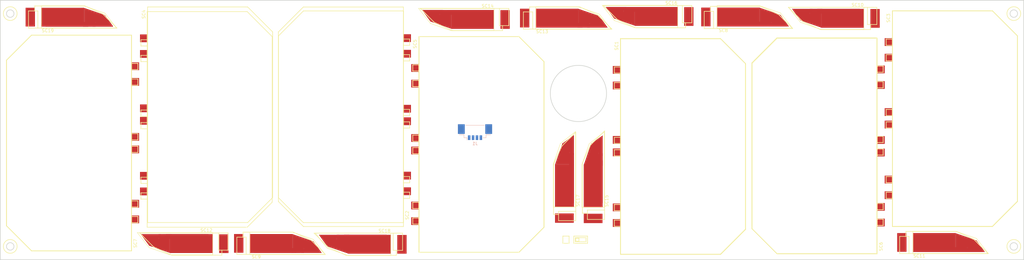
<source format=kicad_pcb>
(kicad_pcb (version 20171130) (host pcbnew 5.0.1)

  (general
    (thickness 1.6)
    (drawings 293)
    (tracks 0)
    (zones 0)
    (modules 20)
    (nets 3)
  )

  (page A3)
  (layers
    (0 F.Cu signal)
    (31 B.Cu signal)
    (32 B.Adhes user)
    (33 F.Adhes user)
    (34 B.Paste user)
    (35 F.Paste user)
    (36 B.SilkS user)
    (37 F.SilkS user)
    (38 B.Mask user)
    (39 F.Mask user)
    (40 Dwgs.User user)
    (41 Cmts.User user)
    (42 Eco1.User user)
    (43 Eco2.User user)
    (44 Edge.Cuts user)
    (45 Margin user)
    (46 B.CrtYd user)
    (47 F.CrtYd user)
    (48 B.Fab user)
    (49 F.Fab user)
  )

  (setup
    (last_trace_width 0.25)
    (trace_clearance 0.2)
    (zone_clearance 0.508)
    (zone_45_only no)
    (trace_min 0.2)
    (segment_width 0.2)
    (edge_width 0.2)
    (via_size 0.8)
    (via_drill 0.4)
    (via_min_size 0.4)
    (via_min_drill 0.3)
    (uvia_size 0.3)
    (uvia_drill 0.1)
    (uvias_allowed no)
    (uvia_min_size 0.2)
    (uvia_min_drill 0.1)
    (pcb_text_width 0.3)
    (pcb_text_size 1.5 1.5)
    (mod_edge_width 0.15)
    (mod_text_size 1 1)
    (mod_text_width 0.15)
    (pad_size 1.524 1.524)
    (pad_drill 0.762)
    (pad_to_mask_clearance 0.2)
    (solder_mask_min_width 0.25)
    (aux_axis_origin 0 0)
    (visible_elements FFFFFF7F)
    (pcbplotparams
      (layerselection 0x010fc_ffffffff)
      (usegerberextensions false)
      (usegerberattributes false)
      (usegerberadvancedattributes false)
      (creategerberjobfile false)
      (excludeedgelayer true)
      (linewidth 0.100000)
      (plotframeref false)
      (viasonmask false)
      (mode 1)
      (useauxorigin false)
      (hpglpennumber 1)
      (hpglpenspeed 20)
      (hpglpendiameter 15.000000)
      (psnegative false)
      (psa4output false)
      (plotreference true)
      (plotvalue true)
      (plotinvisibletext false)
      (padsonsilk false)
      (subtractmaskfromsilk false)
      (outputformat 1)
      (mirror false)
      (drillshape 1)
      (scaleselection 1)
      (outputdirectory ""))
  )

  (net 0 "")
  (net 1 VSS)
  (net 2 VCC)

  (net_class Default "This is the default net class."
    (clearance 0.2)
    (trace_width 0.25)
    (via_dia 0.8)
    (via_drill 0.4)
    (uvia_dia 0.3)
    (uvia_drill 0.1)
    (add_net VCC)
    (add_net VSS)
  )

  (module Connectors_Molex:Molex_PicoBlade_53398-0471_04x1.25mm_Straight (layer B.Cu) (tedit 58A3B79E) (tstamp 5C4ACA28)
    (at 193.3 147.2)
    (descr "Molex PicoBlade, single row, top entry type, surface mount, PN:53398-0471")
    (tags "connector molex picoblade smt")
    (path /5C3506AC)
    (attr smd)
    (fp_text reference J1 (at 0 3.25) (layer B.SilkS)
      (effects (font (size 1 1) (thickness 0.15)) (justify mirror))
    )
    (fp_text value Molex (at 0 -4.25) (layer B.Fab)
      (effects (font (size 1 1) (thickness 0.15)) (justify mirror))
    )
    (fp_line (start -3.375 1.225) (end -3.375 -2.475) (layer B.Fab) (width 0.1))
    (fp_line (start -3.375 -2.475) (end 3.375 -2.475) (layer B.Fab) (width 0.1))
    (fp_line (start 3.375 -2.475) (end 3.375 1.225) (layer B.Fab) (width 0.1))
    (fp_line (start 3.375 1.225) (end -3.375 1.225) (layer B.Fab) (width 0.1))
    (fp_line (start 3.375 -2.475) (end 4.875 -2.475) (layer B.Fab) (width 0.1))
    (fp_line (start 4.875 -2.475) (end 4.875 0.325) (layer B.Fab) (width 0.1))
    (fp_line (start 4.875 0.325) (end 3.375 0.325) (layer B.Fab) (width 0.1))
    (fp_line (start -3.375 -2.475) (end -4.875 -2.475) (layer B.Fab) (width 0.1))
    (fp_line (start -4.875 -2.475) (end -4.875 0.325) (layer B.Fab) (width 0.1))
    (fp_line (start -4.875 0.325) (end -3.375 0.325) (layer B.Fab) (width 0.1))
    (fp_line (start 2.575 1.375) (end 3.525 1.375) (layer B.SilkS) (width 0.12))
    (fp_line (start 3.525 1.375) (end 3.525 0.475) (layer B.SilkS) (width 0.12))
    (fp_line (start 3.525 0.475) (end 5.025 0.475) (layer B.SilkS) (width 0.12))
    (fp_line (start -2.575 1.375) (end -3.525 1.375) (layer B.SilkS) (width 0.12))
    (fp_line (start -3.525 1.375) (end -3.525 0.475) (layer B.SilkS) (width 0.12))
    (fp_line (start -3.525 0.475) (end -5.025 0.475) (layer B.SilkS) (width 0.12))
    (fp_line (start -2.975 -2.625) (end 2.975 -2.625) (layer B.SilkS) (width 0.12))
    (fp_line (start -2.575 1.375) (end -2.575 2.125) (layer B.SilkS) (width 0.12))
    (fp_line (start -2.275 1.225) (end -1.875 0.425) (layer B.Fab) (width 0.1))
    (fp_line (start -1.875 0.425) (end -1.475 1.225) (layer B.Fab) (width 0.1))
    (fp_line (start -1.475 1.225) (end -2.275 1.225) (layer B.Fab) (width 0.1))
    (fp_line (start 0 2.7) (end 3.95 2.7) (layer B.CrtYd) (width 0.05))
    (fp_line (start 3.95 2.7) (end 3.95 0.9) (layer B.CrtYd) (width 0.05))
    (fp_line (start 3.95 0.9) (end 6.05 0.9) (layer B.CrtYd) (width 0.05))
    (fp_line (start 6.05 0.9) (end 6.05 -3.5) (layer B.CrtYd) (width 0.05))
    (fp_line (start 6.05 -3.5) (end 0 -3.5) (layer B.CrtYd) (width 0.05))
    (fp_line (start 0 2.7) (end -3.95 2.7) (layer B.CrtYd) (width 0.05))
    (fp_line (start -3.95 2.7) (end -3.95 0.9) (layer B.CrtYd) (width 0.05))
    (fp_line (start -3.95 0.9) (end -6.05 0.9) (layer B.CrtYd) (width 0.05))
    (fp_line (start -6.05 0.9) (end -6.05 -3.5) (layer B.CrtYd) (width 0.05))
    (fp_line (start -6.05 -3.5) (end 0 -3.5) (layer B.CrtYd) (width 0.05))
    (fp_text user %R (at 0 -1.5) (layer B.Fab)
      (effects (font (size 1 1) (thickness 0.15)) (justify mirror))
    )
    (pad 1 smd rect (at -1.875 1.375) (size 0.8 1.5) (layers B.Cu B.Paste B.Mask)
      (net 1 VSS))
    (pad 2 smd rect (at -0.625 1.375) (size 0.8 1.5) (layers B.Cu B.Paste B.Mask)
      (net 1 VSS))
    (pad 3 smd rect (at 0.625 1.375) (size 0.8 1.5) (layers B.Cu B.Paste B.Mask)
      (net 2 VCC))
    (pad 4 smd rect (at 1.875 1.375) (size 0.8 1.5) (layers B.Cu B.Paste B.Mask)
      (net 2 VCC))
    (pad "" smd rect (at -4.375 -1.375) (size 2.2 3.1) (layers B.Cu B.Paste B.Mask))
    (pad "" smd rect (at 4.375 -1.375) (size 2.2 3.1) (layers B.Cu B.Paste B.Mask))
    (model ${KISYS3DMOD}/Connectors_Molex.3dshapes/Molex_PicoBlade_53398-0471_04x1.25mm_Straight.wrl
      (at (xyz 0 0 0))
      (scale (xyz 1 1 1))
      (rotate (xyz 0 0 0))
    )
  )

  (module SolarPanelFoot:Spectrolab (layer F.Cu) (tedit 5C366A31) (tstamp 5C4ACA38)
    (at 237.2 151.4 270)
    (path /5C350561)
    (fp_text reference SC1 (at -32.2 -1.4 270) (layer F.SilkS)
      (effects (font (size 1 1) (thickness 0.15)))
    )
    (fp_text value Solar_Cell (at 31 -1.2 270) (layer F.Fab)
      (effects (font (size 1 1) (thickness 0.15)))
    )
    (fp_line (start 34.440573 -2.640087) (end -34.559427 -2.640087) (layer F.SilkS) (width 0.2))
    (fp_line (start -26.559427 -42.640087) (end 26.440573 -42.640087) (layer F.SilkS) (width 0.2))
    (fp_line (start -34.559427 -2.640087) (end -34.559427 -34.640087) (layer F.SilkS) (width 0.2))
    (fp_line (start -34.559427 -34.640087) (end -26.559427 -42.640087) (layer F.SilkS) (width 0.2))
    (fp_line (start 26.440573 -42.640087) (end 34.440573 -34.640087) (layer F.SilkS) (width 0.2))
    (fp_line (start 34.440573 -34.640087) (end 34.440573 -2.640087) (layer F.SilkS) (width 0.2))
    (pad 1 smd rect (at 24.480573 -1.440087 90) (size 2.5 2.5) (layers F.Cu F.Paste F.Mask)
      (net 2 VCC))
    (pad 1 smd rect (at 19.480573 -1.440087 90) (size 2.5 2.5) (layers F.Cu F.Paste F.Mask)
      (net 2 VCC))
    (pad 2 smd rect (at 1.880573 -1.440087 90) (size 2.5 2.5) (layers F.Cu F.Paste F.Mask)
      (net 1 VSS))
    (pad 2 smd rect (at -2.119427 -1.440087 90) (size 2.5 2.5) (layers F.Cu F.Paste F.Mask)
      (net 1 VSS))
    (pad 1 smd rect (at -19.519427 -1.440087 90) (size 2.5 2.5) (layers F.Cu F.Paste F.Mask)
      (net 2 VCC))
    (pad 1 smd rect (at -24.519427 -1.440087 90) (size 2.5 2.5) (layers F.Cu F.Paste F.Mask)
      (net 2 VCC))
  )

  (module SolarPanelFoot:Spectrolab (layer F.Cu) (tedit 5C366A31) (tstamp 5C4ACA48)
    (at 173 141.2 90)
    (path /5C350567)
    (fp_text reference SC2 (at -32.2 -1.4 90) (layer F.SilkS)
      (effects (font (size 1 1) (thickness 0.15)))
    )
    (fp_text value Solar_Cell (at 31 -1.2 90) (layer F.Fab)
      (effects (font (size 1 1) (thickness 0.15)))
    )
    (fp_line (start 34.440573 -34.640087) (end 34.440573 -2.640087) (layer F.SilkS) (width 0.2))
    (fp_line (start 26.440573 -42.640087) (end 34.440573 -34.640087) (layer F.SilkS) (width 0.2))
    (fp_line (start -34.559427 -34.640087) (end -26.559427 -42.640087) (layer F.SilkS) (width 0.2))
    (fp_line (start -34.559427 -2.640087) (end -34.559427 -34.640087) (layer F.SilkS) (width 0.2))
    (fp_line (start -26.559427 -42.640087) (end 26.440573 -42.640087) (layer F.SilkS) (width 0.2))
    (fp_line (start 34.440573 -2.640087) (end -34.559427 -2.640087) (layer F.SilkS) (width 0.2))
    (pad 1 smd rect (at -24.519427 -1.440087 270) (size 2.5 2.5) (layers F.Cu F.Paste F.Mask)
      (net 2 VCC))
    (pad 1 smd rect (at -19.519427 -1.440087 270) (size 2.5 2.5) (layers F.Cu F.Paste F.Mask)
      (net 2 VCC))
    (pad 2 smd rect (at -2.119427 -1.440087 270) (size 2.5 2.5) (layers F.Cu F.Paste F.Mask)
      (net 1 VSS))
    (pad 2 smd rect (at 1.880573 -1.440087 270) (size 2.5 2.5) (layers F.Cu F.Paste F.Mask)
      (net 1 VSS))
    (pad 1 smd rect (at 19.480573 -1.440087 270) (size 2.5 2.5) (layers F.Cu F.Paste F.Mask)
      (net 2 VCC))
    (pad 1 smd rect (at 24.480573 -1.440087 270) (size 2.5 2.5) (layers F.Cu F.Paste F.Mask)
      (net 2 VCC))
  )

  (module SolarPanelFoot:Spectrolab (layer F.Cu) (tedit 5C366A31) (tstamp 5C4ACA58)
    (at 324.2 142.5 270)
    (path /5C34EF3A)
    (fp_text reference SC3 (at -32.2 -1.4 270) (layer F.SilkS)
      (effects (font (size 1 1) (thickness 0.15)))
    )
    (fp_text value Solar_Cell (at 31 -1.2 270) (layer F.Fab)
      (effects (font (size 1 1) (thickness 0.15)))
    )
    (fp_line (start 34.440573 -2.640087) (end -34.559427 -2.640087) (layer F.SilkS) (width 0.2))
    (fp_line (start -26.559427 -42.640087) (end 26.440573 -42.640087) (layer F.SilkS) (width 0.2))
    (fp_line (start -34.559427 -2.640087) (end -34.559427 -34.640087) (layer F.SilkS) (width 0.2))
    (fp_line (start -34.559427 -34.640087) (end -26.559427 -42.640087) (layer F.SilkS) (width 0.2))
    (fp_line (start 26.440573 -42.640087) (end 34.440573 -34.640087) (layer F.SilkS) (width 0.2))
    (fp_line (start 34.440573 -34.640087) (end 34.440573 -2.640087) (layer F.SilkS) (width 0.2))
    (pad 1 smd rect (at 24.480573 -1.440087 90) (size 2.5 2.5) (layers F.Cu F.Paste F.Mask)
      (net 2 VCC))
    (pad 1 smd rect (at 19.480573 -1.440087 90) (size 2.5 2.5) (layers F.Cu F.Paste F.Mask)
      (net 2 VCC))
    (pad 2 smd rect (at 1.880573 -1.440087 90) (size 2.5 2.5) (layers F.Cu F.Paste F.Mask)
      (net 1 VSS))
    (pad 2 smd rect (at -2.119427 -1.440087 90) (size 2.5 2.5) (layers F.Cu F.Paste F.Mask)
      (net 1 VSS))
    (pad 1 smd rect (at -19.519427 -1.440087 90) (size 2.5 2.5) (layers F.Cu F.Paste F.Mask)
      (net 2 VCC))
    (pad 1 smd rect (at -24.519427 -1.440087 90) (size 2.5 2.5) (layers F.Cu F.Paste F.Mask)
      (net 2 VCC))
  )

  (module SolarPanelFoot:Spectrolab (layer F.Cu) (tedit 5C366A31) (tstamp 5C4ACA68)
    (at 85.9 141.3 270)
    (path /5C34EFB1)
    (fp_text reference SC4 (at -32.2 -1.4 270) (layer F.SilkS)
      (effects (font (size 1 1) (thickness 0.15)))
    )
    (fp_text value Solar_Cell (at 31 -1.2 270) (layer F.Fab)
      (effects (font (size 1 1) (thickness 0.15)))
    )
    (fp_line (start 34.440573 -2.640087) (end -34.559427 -2.640087) (layer F.SilkS) (width 0.2))
    (fp_line (start -26.559427 -42.640087) (end 26.440573 -42.640087) (layer F.SilkS) (width 0.2))
    (fp_line (start -34.559427 -2.640087) (end -34.559427 -34.640087) (layer F.SilkS) (width 0.2))
    (fp_line (start -34.559427 -34.640087) (end -26.559427 -42.640087) (layer F.SilkS) (width 0.2))
    (fp_line (start 26.440573 -42.640087) (end 34.440573 -34.640087) (layer F.SilkS) (width 0.2))
    (fp_line (start 34.440573 -34.640087) (end 34.440573 -2.640087) (layer F.SilkS) (width 0.2))
    (pad 1 smd rect (at 24.480573 -1.440087 90) (size 2.5 2.5) (layers F.Cu F.Paste F.Mask)
      (net 2 VCC))
    (pad 1 smd rect (at 19.480573 -1.440087 90) (size 2.5 2.5) (layers F.Cu F.Paste F.Mask)
      (net 2 VCC))
    (pad 2 smd rect (at 1.880573 -1.440087 90) (size 2.5 2.5) (layers F.Cu F.Paste F.Mask)
      (net 1 VSS))
    (pad 2 smd rect (at -2.119427 -1.440087 90) (size 2.5 2.5) (layers F.Cu F.Paste F.Mask)
      (net 1 VSS))
    (pad 1 smd rect (at -19.519427 -1.440087 90) (size 2.5 2.5) (layers F.Cu F.Paste F.Mask)
      (net 2 VCC))
    (pad 1 smd rect (at -24.519427 -1.440087 90) (size 2.5 2.5) (layers F.Cu F.Paste F.Mask)
      (net 2 VCC))
  )

  (module SolarPanelFoot:Spectrolab (layer F.Cu) (tedit 5C366A31) (tstamp 5C4ACA78)
    (at 172.7 150.8 270)
    (path /5C35056D)
    (fp_text reference SC5 (at -32.2 -1.4 270) (layer F.SilkS)
      (effects (font (size 1 1) (thickness 0.15)))
    )
    (fp_text value Solar_Cell (at 31 -1.2 270) (layer F.Fab)
      (effects (font (size 1 1) (thickness 0.15)))
    )
    (fp_line (start 34.440573 -2.640087) (end -34.559427 -2.640087) (layer F.SilkS) (width 0.2))
    (fp_line (start -26.559427 -42.640087) (end 26.440573 -42.640087) (layer F.SilkS) (width 0.2))
    (fp_line (start -34.559427 -2.640087) (end -34.559427 -34.640087) (layer F.SilkS) (width 0.2))
    (fp_line (start -34.559427 -34.640087) (end -26.559427 -42.640087) (layer F.SilkS) (width 0.2))
    (fp_line (start 26.440573 -42.640087) (end 34.440573 -34.640087) (layer F.SilkS) (width 0.2))
    (fp_line (start 34.440573 -34.640087) (end 34.440573 -2.640087) (layer F.SilkS) (width 0.2))
    (pad 1 smd rect (at 24.480573 -1.440087 90) (size 2.5 2.5) (layers F.Cu F.Paste F.Mask)
      (net 2 VCC))
    (pad 1 smd rect (at 19.480573 -1.440087 90) (size 2.5 2.5) (layers F.Cu F.Paste F.Mask)
      (net 2 VCC))
    (pad 2 smd rect (at 1.880573 -1.440087 90) (size 2.5 2.5) (layers F.Cu F.Paste F.Mask)
      (net 1 VSS))
    (pad 2 smd rect (at -2.119427 -1.440087 90) (size 2.5 2.5) (layers F.Cu F.Paste F.Mask)
      (net 1 VSS))
    (pad 1 smd rect (at -19.519427 -1.440087 90) (size 2.5 2.5) (layers F.Cu F.Paste F.Mask)
      (net 2 VCC))
    (pad 1 smd rect (at -24.519427 -1.440087 90) (size 2.5 2.5) (layers F.Cu F.Paste F.Mask)
      (net 2 VCC))
  )

  (module SolarPanelFoot:Spectrolab (layer F.Cu) (tedit 5C366A31) (tstamp 5C4ACA88)
    (at 324.6 151.2 90)
    (path /5C350573)
    (fp_text reference SC6 (at -32.2 -1.4 90) (layer F.SilkS)
      (effects (font (size 1 1) (thickness 0.15)))
    )
    (fp_text value Solar_Cell (at 31 -1.2 90) (layer F.Fab)
      (effects (font (size 1 1) (thickness 0.15)))
    )
    (fp_line (start 34.440573 -34.640087) (end 34.440573 -2.640087) (layer F.SilkS) (width 0.2))
    (fp_line (start 26.440573 -42.640087) (end 34.440573 -34.640087) (layer F.SilkS) (width 0.2))
    (fp_line (start -34.559427 -34.640087) (end -26.559427 -42.640087) (layer F.SilkS) (width 0.2))
    (fp_line (start -34.559427 -2.640087) (end -34.559427 -34.640087) (layer F.SilkS) (width 0.2))
    (fp_line (start -26.559427 -42.640087) (end 26.440573 -42.640087) (layer F.SilkS) (width 0.2))
    (fp_line (start 34.440573 -2.640087) (end -34.559427 -2.640087) (layer F.SilkS) (width 0.2))
    (pad 1 smd rect (at -24.519427 -1.440087 270) (size 2.5 2.5) (layers F.Cu F.Paste F.Mask)
      (net 2 VCC))
    (pad 1 smd rect (at -19.519427 -1.440087 270) (size 2.5 2.5) (layers F.Cu F.Paste F.Mask)
      (net 2 VCC))
    (pad 2 smd rect (at -2.119427 -1.440087 270) (size 2.5 2.5) (layers F.Cu F.Paste F.Mask)
      (net 1 VSS))
    (pad 2 smd rect (at 1.880573 -1.440087 270) (size 2.5 2.5) (layers F.Cu F.Paste F.Mask)
      (net 1 VSS))
    (pad 1 smd rect (at 19.480573 -1.440087 270) (size 2.5 2.5) (layers F.Cu F.Paste F.Mask)
      (net 2 VCC))
    (pad 1 smd rect (at 24.480573 -1.440087 270) (size 2.5 2.5) (layers F.Cu F.Paste F.Mask)
      (net 2 VCC))
  )

  (module SolarPanelFoot:Spectrolab (layer F.Cu) (tedit 5C366A31) (tstamp 5C4ACA98)
    (at 86 150.2 90)
    (path /5C3502C2)
    (fp_text reference SC7 (at -32.2 -1.4 90) (layer F.SilkS)
      (effects (font (size 1 1) (thickness 0.15)))
    )
    (fp_text value Solar_Cell (at 31 -1.2 90) (layer F.Fab)
      (effects (font (size 1 1) (thickness 0.15)))
    )
    (fp_line (start 34.440573 -34.640087) (end 34.440573 -2.640087) (layer F.SilkS) (width 0.2))
    (fp_line (start 26.440573 -42.640087) (end 34.440573 -34.640087) (layer F.SilkS) (width 0.2))
    (fp_line (start -34.559427 -34.640087) (end -26.559427 -42.640087) (layer F.SilkS) (width 0.2))
    (fp_line (start -34.559427 -2.640087) (end -34.559427 -34.640087) (layer F.SilkS) (width 0.2))
    (fp_line (start -26.559427 -42.640087) (end 26.440573 -42.640087) (layer F.SilkS) (width 0.2))
    (fp_line (start 34.440573 -2.640087) (end -34.559427 -2.640087) (layer F.SilkS) (width 0.2))
    (pad 1 smd rect (at -24.519427 -1.440087 270) (size 2.5 2.5) (layers F.Cu F.Paste F.Mask)
      (net 2 VCC))
    (pad 1 smd rect (at -19.519427 -1.440087 270) (size 2.5 2.5) (layers F.Cu F.Paste F.Mask)
      (net 2 VCC))
    (pad 2 smd rect (at -2.119427 -1.440087 270) (size 2.5 2.5) (layers F.Cu F.Paste F.Mask)
      (net 1 VSS))
    (pad 2 smd rect (at 1.880573 -1.440087 270) (size 2.5 2.5) (layers F.Cu F.Paste F.Mask)
      (net 1 VSS))
    (pad 1 smd rect (at 19.480573 -1.440087 270) (size 2.5 2.5) (layers F.Cu F.Paste F.Mask)
      (net 2 VCC))
    (pad 1 smd rect (at 24.480573 -1.440087 270) (size 2.5 2.5) (layers F.Cu F.Paste F.Mask)
      (net 2 VCC))
  )

  (module SolarPanelKicad:TriSelectSolarPanel (layer F.Cu) (tedit 5B36A1D5) (tstamp 5C4ACAA8)
    (at 268.7 113.5)
    (path /5C350C0B)
    (fp_text reference SC8 (at 4.064 0.762) (layer F.SilkS)
      (effects (font (size 1 1) (thickness 0.15)))
    )
    (fp_text value Solar_Cell (at 18.796 0.762) (layer F.Fab)
      (effects (font (size 1 1) (thickness 0.15)))
    )
    (fp_line (start 2.032 0) (end 2.032 -7.112) (layer F.SilkS) (width 0.15))
    (fp_line (start 2.032 -7.112) (end 15.748 -7.112) (layer F.SilkS) (width 0.15))
    (fp_line (start 15.748 -7.112) (end 22.352 -4.826) (layer F.SilkS) (width 0.15))
    (fp_line (start 22.352 -4.826) (end 26.162 0) (layer F.SilkS) (width 0.15))
    (fp_line (start 26.162 0) (end 2.032 0) (layer F.SilkS) (width 0.15))
    (pad 2 smd rect (at -1.524 -3.556) (size 3 6) (layers F.Cu F.Paste F.Mask)
      (net 1 VSS))
    (pad 1 smd rect (at 8.89 -3.556) (size 13.72 6) (layers F.Cu F.Paste F.Mask)
      (net 2 VCC))
    (pad 1 smd trapezoid (at 19.05 -3.556) (size 6.65 3.6) (rect_delta 2.3 0 ) (layers F.Cu F.Paste F.Mask)
      (net 2 VCC))
    (pad 1 smd trapezoid (at 21.717 -2.3495 90) (size 3.7 4) (rect_delta 2.7 0 ) (layers F.Cu F.Paste F.Mask)
      (net 2 VCC))
    (pad 1 smd rect (at 17.3355 -1.27) (size 4 1.5) (layers F.Cu F.Paste F.Mask)
      (net 2 VCC))
    (pad 1 smd rect (at 10.8585 -1.016) (size 15 1) (layers F.Cu F.Paste F.Mask)
      (net 2 VCC))
    (pad 1 smd rect (at 9.525 -1.016) (size 15 1) (layers F.Cu F.Paste F.Mask)
      (net 2 VCC))
  )

  (module SolarPanelKicad:TriSelectSolarPanel (layer F.Cu) (tedit 5B36A1D5) (tstamp 5C4ACAB8)
    (at 119.21 185.956)
    (path /5C350C11)
    (fp_text reference SC9 (at 4.064 0.762) (layer F.SilkS)
      (effects (font (size 1 1) (thickness 0.15)))
    )
    (fp_text value Solar_Cell (at 18.796 0.762) (layer F.Fab)
      (effects (font (size 1 1) (thickness 0.15)))
    )
    (fp_line (start 26.162 0) (end 2.032 0) (layer F.SilkS) (width 0.15))
    (fp_line (start 22.352 -4.826) (end 26.162 0) (layer F.SilkS) (width 0.15))
    (fp_line (start 15.748 -7.112) (end 22.352 -4.826) (layer F.SilkS) (width 0.15))
    (fp_line (start 2.032 -7.112) (end 15.748 -7.112) (layer F.SilkS) (width 0.15))
    (fp_line (start 2.032 0) (end 2.032 -7.112) (layer F.SilkS) (width 0.15))
    (pad 1 smd rect (at 9.525 -1.016) (size 15 1) (layers F.Cu F.Paste F.Mask)
      (net 2 VCC))
    (pad 1 smd rect (at 10.8585 -1.016) (size 15 1) (layers F.Cu F.Paste F.Mask)
      (net 2 VCC))
    (pad 1 smd rect (at 17.3355 -1.27) (size 4 1.5) (layers F.Cu F.Paste F.Mask)
      (net 2 VCC))
    (pad 1 smd trapezoid (at 21.717 -2.3495 90) (size 3.7 4) (rect_delta 2.7 0 ) (layers F.Cu F.Paste F.Mask)
      (net 2 VCC))
    (pad 1 smd trapezoid (at 19.05 -3.556) (size 6.65 3.6) (rect_delta 2.3 0 ) (layers F.Cu F.Paste F.Mask)
      (net 2 VCC))
    (pad 1 smd rect (at 8.89 -3.556) (size 13.72 6) (layers F.Cu F.Paste F.Mask)
      (net 2 VCC))
    (pad 2 smd rect (at -1.524 -3.556) (size 3 6) (layers F.Cu F.Paste F.Mask)
      (net 1 VSS))
  )

  (module SolarPanelKicad:TriSelectSolarPanel (layer F.Cu) (tedit 5B36A1D5) (tstamp 5C4ACAC8)
    (at 319.79 106.844 180)
    (path /5C350BF3)
    (fp_text reference SC10 (at 4.064 0.762 180) (layer F.SilkS)
      (effects (font (size 1 1) (thickness 0.15)))
    )
    (fp_text value Solar_Cell (at 18.796 0.762 180) (layer F.Fab)
      (effects (font (size 1 1) (thickness 0.15)))
    )
    (fp_line (start 26.162 0) (end 2.032 0) (layer F.SilkS) (width 0.15))
    (fp_line (start 22.352 -4.826) (end 26.162 0) (layer F.SilkS) (width 0.15))
    (fp_line (start 15.748 -7.112) (end 22.352 -4.826) (layer F.SilkS) (width 0.15))
    (fp_line (start 2.032 -7.112) (end 15.748 -7.112) (layer F.SilkS) (width 0.15))
    (fp_line (start 2.032 0) (end 2.032 -7.112) (layer F.SilkS) (width 0.15))
    (pad 1 smd rect (at 9.525 -1.016 180) (size 15 1) (layers F.Cu F.Paste F.Mask)
      (net 2 VCC))
    (pad 1 smd rect (at 10.8585 -1.016 180) (size 15 1) (layers F.Cu F.Paste F.Mask)
      (net 2 VCC))
    (pad 1 smd rect (at 17.3355 -1.27 180) (size 4 1.5) (layers F.Cu F.Paste F.Mask)
      (net 2 VCC))
    (pad 1 smd trapezoid (at 21.717 -2.3495 270) (size 3.7 4) (rect_delta 2.7 0 ) (layers F.Cu F.Paste F.Mask)
      (net 2 VCC))
    (pad 1 smd trapezoid (at 19.05 -3.556 180) (size 6.65 3.6) (rect_delta 2.3 0 ) (layers F.Cu F.Paste F.Mask)
      (net 2 VCC))
    (pad 1 smd rect (at 8.89 -3.556 180) (size 13.72 6) (layers F.Cu F.Paste F.Mask)
      (net 2 VCC))
    (pad 2 smd rect (at -1.524 -3.556 180) (size 3 6) (layers F.Cu F.Paste F.Mask)
      (net 1 VSS))
  )

  (module SolarPanelKicad:TriSelectSolarPanel (layer F.Cu) (tedit 5B36A1D5) (tstamp 5C4ACAD8)
    (at 331.41 185.656)
    (path /5C350BF9)
    (fp_text reference SC11 (at 4.064 0.762) (layer F.SilkS)
      (effects (font (size 1 1) (thickness 0.15)))
    )
    (fp_text value Solar_Cell (at 18.796 0.762) (layer F.Fab)
      (effects (font (size 1 1) (thickness 0.15)))
    )
    (fp_line (start 2.032 0) (end 2.032 -7.112) (layer F.SilkS) (width 0.15))
    (fp_line (start 2.032 -7.112) (end 15.748 -7.112) (layer F.SilkS) (width 0.15))
    (fp_line (start 15.748 -7.112) (end 22.352 -4.826) (layer F.SilkS) (width 0.15))
    (fp_line (start 22.352 -4.826) (end 26.162 0) (layer F.SilkS) (width 0.15))
    (fp_line (start 26.162 0) (end 2.032 0) (layer F.SilkS) (width 0.15))
    (pad 2 smd rect (at -1.524 -3.556) (size 3 6) (layers F.Cu F.Paste F.Mask)
      (net 1 VSS))
    (pad 1 smd rect (at 8.89 -3.556) (size 13.72 6) (layers F.Cu F.Paste F.Mask)
      (net 2 VCC))
    (pad 1 smd trapezoid (at 19.05 -3.556) (size 6.65 3.6) (rect_delta 2.3 0 ) (layers F.Cu F.Paste F.Mask)
      (net 2 VCC))
    (pad 1 smd trapezoid (at 21.717 -2.3495 90) (size 3.7 4) (rect_delta 2.7 0 ) (layers F.Cu F.Paste F.Mask)
      (net 2 VCC))
    (pad 1 smd rect (at 17.3355 -1.27) (size 4 1.5) (layers F.Cu F.Paste F.Mask)
      (net 2 VCC))
    (pad 1 smd rect (at 10.8585 -1.016) (size 15 1) (layers F.Cu F.Paste F.Mask)
      (net 2 VCC))
    (pad 1 smd rect (at 9.525 -1.016) (size 15 1) (layers F.Cu F.Paste F.Mask)
      (net 2 VCC))
  )

  (module SolarPanelKicad:TriSelectSolarPanel (layer F.Cu) (tedit 5B36A1D5) (tstamp 5C4ACAE8)
    (at 111.39 178.944 180)
    (path /5C350DBD)
    (fp_text reference SC12 (at 4.064 0.762 180) (layer F.SilkS)
      (effects (font (size 1 1) (thickness 0.15)))
    )
    (fp_text value Solar_Cell (at 18.796 0.762 180) (layer F.Fab)
      (effects (font (size 1 1) (thickness 0.15)))
    )
    (fp_line (start 2.032 0) (end 2.032 -7.112) (layer F.SilkS) (width 0.15))
    (fp_line (start 2.032 -7.112) (end 15.748 -7.112) (layer F.SilkS) (width 0.15))
    (fp_line (start 15.748 -7.112) (end 22.352 -4.826) (layer F.SilkS) (width 0.15))
    (fp_line (start 22.352 -4.826) (end 26.162 0) (layer F.SilkS) (width 0.15))
    (fp_line (start 26.162 0) (end 2.032 0) (layer F.SilkS) (width 0.15))
    (pad 2 smd rect (at -1.524 -3.556 180) (size 3 6) (layers F.Cu F.Paste F.Mask)
      (net 1 VSS))
    (pad 1 smd rect (at 8.89 -3.556 180) (size 13.72 6) (layers F.Cu F.Paste F.Mask)
      (net 2 VCC))
    (pad 1 smd trapezoid (at 19.05 -3.556 180) (size 6.65 3.6) (rect_delta 2.3 0 ) (layers F.Cu F.Paste F.Mask)
      (net 2 VCC))
    (pad 1 smd trapezoid (at 21.717 -2.3495 270) (size 3.7 4) (rect_delta 2.7 0 ) (layers F.Cu F.Paste F.Mask)
      (net 2 VCC))
    (pad 1 smd rect (at 17.3355 -1.27 180) (size 4 1.5) (layers F.Cu F.Paste F.Mask)
      (net 2 VCC))
    (pad 1 smd rect (at 10.8585 -1.016 180) (size 15 1) (layers F.Cu F.Paste F.Mask)
      (net 2 VCC))
    (pad 1 smd rect (at 9.525 -1.016 180) (size 15 1) (layers F.Cu F.Paste F.Mask)
      (net 2 VCC))
  )

  (module SolarPanelKicad:TriSelectSolarPanel (layer F.Cu) (tedit 5B36A1D5) (tstamp 5C4ACAF8)
    (at 210.71 113.856)
    (path /5C350DC3)
    (fp_text reference SC13 (at 4.064 0.762) (layer F.SilkS)
      (effects (font (size 1 1) (thickness 0.15)))
    )
    (fp_text value Solar_Cell (at 18.796 0.762) (layer F.Fab)
      (effects (font (size 1 1) (thickness 0.15)))
    )
    (fp_line (start 26.162 0) (end 2.032 0) (layer F.SilkS) (width 0.15))
    (fp_line (start 22.352 -4.826) (end 26.162 0) (layer F.SilkS) (width 0.15))
    (fp_line (start 15.748 -7.112) (end 22.352 -4.826) (layer F.SilkS) (width 0.15))
    (fp_line (start 2.032 -7.112) (end 15.748 -7.112) (layer F.SilkS) (width 0.15))
    (fp_line (start 2.032 0) (end 2.032 -7.112) (layer F.SilkS) (width 0.15))
    (pad 1 smd rect (at 9.525 -1.016) (size 15 1) (layers F.Cu F.Paste F.Mask)
      (net 2 VCC))
    (pad 1 smd rect (at 10.8585 -1.016) (size 15 1) (layers F.Cu F.Paste F.Mask)
      (net 2 VCC))
    (pad 1 smd rect (at 17.3355 -1.27) (size 4 1.5) (layers F.Cu F.Paste F.Mask)
      (net 2 VCC))
    (pad 1 smd trapezoid (at 21.717 -2.3495 90) (size 3.7 4) (rect_delta 2.7 0 ) (layers F.Cu F.Paste F.Mask)
      (net 2 VCC))
    (pad 1 smd trapezoid (at 19.05 -3.556) (size 6.65 3.6) (rect_delta 2.3 0 ) (layers F.Cu F.Paste F.Mask)
      (net 2 VCC))
    (pad 1 smd rect (at 8.89 -3.556) (size 13.72 6) (layers F.Cu F.Paste F.Mask)
      (net 2 VCC))
    (pad 2 smd rect (at -1.524 -3.556) (size 3 6) (layers F.Cu F.Paste F.Mask)
      (net 1 VSS))
  )

  (module SolarPanelKicad:TriSelectSolarPanel (layer F.Cu) (tedit 5B36A1D5) (tstamp 5C4ACB08)
    (at 201.4 107.2 180)
    (path /5C350C17)
    (fp_text reference SC14 (at 4.064 0.762 180) (layer F.SilkS)
      (effects (font (size 1 1) (thickness 0.15)))
    )
    (fp_text value Solar_Cell (at 18.796 0.762 180) (layer F.Fab)
      (effects (font (size 1 1) (thickness 0.15)))
    )
    (fp_line (start 2.032 0) (end 2.032 -7.112) (layer F.SilkS) (width 0.15))
    (fp_line (start 2.032 -7.112) (end 15.748 -7.112) (layer F.SilkS) (width 0.15))
    (fp_line (start 15.748 -7.112) (end 22.352 -4.826) (layer F.SilkS) (width 0.15))
    (fp_line (start 22.352 -4.826) (end 26.162 0) (layer F.SilkS) (width 0.15))
    (fp_line (start 26.162 0) (end 2.032 0) (layer F.SilkS) (width 0.15))
    (pad 2 smd rect (at -1.524 -3.556 180) (size 3 6) (layers F.Cu F.Paste F.Mask)
      (net 1 VSS))
    (pad 1 smd rect (at 8.89 -3.556 180) (size 13.72 6) (layers F.Cu F.Paste F.Mask)
      (net 2 VCC))
    (pad 1 smd trapezoid (at 19.05 -3.556 180) (size 6.65 3.6) (rect_delta 2.3 0 ) (layers F.Cu F.Paste F.Mask)
      (net 2 VCC))
    (pad 1 smd trapezoid (at 21.717 -2.3495 270) (size 3.7 4) (rect_delta 2.7 0 ) (layers F.Cu F.Paste F.Mask)
      (net 2 VCC))
    (pad 1 smd rect (at 17.3355 -1.27 180) (size 4 1.5) (layers F.Cu F.Paste F.Mask)
      (net 2 VCC))
    (pad 1 smd rect (at 10.8585 -1.016 180) (size 15 1) (layers F.Cu F.Paste F.Mask)
      (net 2 VCC))
    (pad 1 smd rect (at 9.525 -1.016 180) (size 15 1) (layers F.Cu F.Paste F.Mask)
      (net 2 VCC))
  )

  (module SolarPanelKicad:TriSelectSolarPanel (layer F.Cu) (tedit 5B36A1D5) (tstamp 5C4ACB18)
    (at 234.656 172.89 90)
    (path /5C350C1D)
    (fp_text reference SC15 (at 4.064 0.762 90) (layer F.SilkS)
      (effects (font (size 1 1) (thickness 0.15)))
    )
    (fp_text value Solar_Cell (at 18.796 0.762 90) (layer F.Fab)
      (effects (font (size 1 1) (thickness 0.15)))
    )
    (fp_line (start 26.162 0) (end 2.032 0) (layer F.SilkS) (width 0.15))
    (fp_line (start 22.352 -4.826) (end 26.162 0) (layer F.SilkS) (width 0.15))
    (fp_line (start 15.748 -7.112) (end 22.352 -4.826) (layer F.SilkS) (width 0.15))
    (fp_line (start 2.032 -7.112) (end 15.748 -7.112) (layer F.SilkS) (width 0.15))
    (fp_line (start 2.032 0) (end 2.032 -7.112) (layer F.SilkS) (width 0.15))
    (pad 1 smd rect (at 9.525 -1.016 90) (size 15 1) (layers F.Cu F.Paste F.Mask)
      (net 2 VCC))
    (pad 1 smd rect (at 10.8585 -1.016 90) (size 15 1) (layers F.Cu F.Paste F.Mask)
      (net 2 VCC))
    (pad 1 smd rect (at 17.3355 -1.27 90) (size 4 1.5) (layers F.Cu F.Paste F.Mask)
      (net 2 VCC))
    (pad 1 smd trapezoid (at 21.717 -2.3495 180) (size 3.7 4) (rect_delta 2.7 0 ) (layers F.Cu F.Paste F.Mask)
      (net 2 VCC))
    (pad 1 smd trapezoid (at 19.05 -3.556 90) (size 6.65 3.6) (rect_delta 2.3 0 ) (layers F.Cu F.Paste F.Mask)
      (net 2 VCC))
    (pad 1 smd rect (at 8.89 -3.556 90) (size 13.72 6) (layers F.Cu F.Paste F.Mask)
      (net 2 VCC))
    (pad 2 smd rect (at -1.524 -3.556 90) (size 3 6) (layers F.Cu F.Paste F.Mask)
      (net 1 VSS))
  )

  (module SolarPanelKicad:TriSelectSolarPanel (layer F.Cu) (tedit 5B36A1D5) (tstamp 5C4ACB28)
    (at 260.19 106.244 180)
    (path /5C350BFF)
    (fp_text reference SC16 (at 4.064 0.762 180) (layer F.SilkS)
      (effects (font (size 1 1) (thickness 0.15)))
    )
    (fp_text value Solar_Cell (at 18.796 0.762 180) (layer F.Fab)
      (effects (font (size 1 1) (thickness 0.15)))
    )
    (fp_line (start 2.032 0) (end 2.032 -7.112) (layer F.SilkS) (width 0.15))
    (fp_line (start 2.032 -7.112) (end 15.748 -7.112) (layer F.SilkS) (width 0.15))
    (fp_line (start 15.748 -7.112) (end 22.352 -4.826) (layer F.SilkS) (width 0.15))
    (fp_line (start 22.352 -4.826) (end 26.162 0) (layer F.SilkS) (width 0.15))
    (fp_line (start 26.162 0) (end 2.032 0) (layer F.SilkS) (width 0.15))
    (pad 2 smd rect (at -1.524 -3.556 180) (size 3 6) (layers F.Cu F.Paste F.Mask)
      (net 1 VSS))
    (pad 1 smd rect (at 8.89 -3.556 180) (size 13.72 6) (layers F.Cu F.Paste F.Mask)
      (net 2 VCC))
    (pad 1 smd trapezoid (at 19.05 -3.556 180) (size 6.65 3.6) (rect_delta 2.3 0 ) (layers F.Cu F.Paste F.Mask)
      (net 2 VCC))
    (pad 1 smd trapezoid (at 21.717 -2.3495 270) (size 3.7 4) (rect_delta 2.7 0 ) (layers F.Cu F.Paste F.Mask)
      (net 2 VCC))
    (pad 1 smd rect (at 17.3355 -1.27 180) (size 4 1.5) (layers F.Cu F.Paste F.Mask)
      (net 2 VCC))
    (pad 1 smd rect (at 10.8585 -1.016 180) (size 15 1) (layers F.Cu F.Paste F.Mask)
      (net 2 VCC))
    (pad 1 smd rect (at 9.525 -1.016 180) (size 15 1) (layers F.Cu F.Paste F.Mask)
      (net 2 VCC))
  )

  (module SolarPanelKicad:TriSelectSolarPanel (layer F.Cu) (tedit 5B36A1D5) (tstamp 5C4ACB38)
    (at 225.456 172.79 90)
    (path /5C350C05)
    (fp_text reference SC17 (at 4.064 0.762 90) (layer F.SilkS)
      (effects (font (size 1 1) (thickness 0.15)))
    )
    (fp_text value Solar_Cell (at 18.796 0.762 90) (layer F.Fab)
      (effects (font (size 1 1) (thickness 0.15)))
    )
    (fp_line (start 26.162 0) (end 2.032 0) (layer F.SilkS) (width 0.15))
    (fp_line (start 22.352 -4.826) (end 26.162 0) (layer F.SilkS) (width 0.15))
    (fp_line (start 15.748 -7.112) (end 22.352 -4.826) (layer F.SilkS) (width 0.15))
    (fp_line (start 2.032 -7.112) (end 15.748 -7.112) (layer F.SilkS) (width 0.15))
    (fp_line (start 2.032 0) (end 2.032 -7.112) (layer F.SilkS) (width 0.15))
    (pad 1 smd rect (at 9.525 -1.016 90) (size 15 1) (layers F.Cu F.Paste F.Mask)
      (net 2 VCC))
    (pad 1 smd rect (at 10.8585 -1.016 90) (size 15 1) (layers F.Cu F.Paste F.Mask)
      (net 2 VCC))
    (pad 1 smd rect (at 17.3355 -1.27 90) (size 4 1.5) (layers F.Cu F.Paste F.Mask)
      (net 2 VCC))
    (pad 1 smd trapezoid (at 21.717 -2.3495 180) (size 3.7 4) (rect_delta 2.7 0 ) (layers F.Cu F.Paste F.Mask)
      (net 2 VCC))
    (pad 1 smd trapezoid (at 19.05 -3.556 90) (size 6.65 3.6) (rect_delta 2.3 0 ) (layers F.Cu F.Paste F.Mask)
      (net 2 VCC))
    (pad 1 smd rect (at 8.89 -3.556 90) (size 13.72 6) (layers F.Cu F.Paste F.Mask)
      (net 2 VCC))
    (pad 2 smd rect (at -1.524 -3.556 90) (size 3 6) (layers F.Cu F.Paste F.Mask)
      (net 1 VSS))
  )

  (module SolarPanelKicad:TriSelectSolarPanel (layer F.Cu) (tedit 5B36A1D5) (tstamp 5C4ACB48)
    (at 168.39 179.144 180)
    (path /5C350DC9)
    (fp_text reference SC18 (at 4.064 0.762 180) (layer F.SilkS)
      (effects (font (size 1 1) (thickness 0.15)))
    )
    (fp_text value Solar_Cell (at 18.796 0.762 180) (layer F.Fab)
      (effects (font (size 1 1) (thickness 0.15)))
    )
    (fp_line (start 2.032 0) (end 2.032 -7.112) (layer F.SilkS) (width 0.15))
    (fp_line (start 2.032 -7.112) (end 15.748 -7.112) (layer F.SilkS) (width 0.15))
    (fp_line (start 15.748 -7.112) (end 22.352 -4.826) (layer F.SilkS) (width 0.15))
    (fp_line (start 22.352 -4.826) (end 26.162 0) (layer F.SilkS) (width 0.15))
    (fp_line (start 26.162 0) (end 2.032 0) (layer F.SilkS) (width 0.15))
    (pad 2 smd rect (at -1.524 -3.556 180) (size 3 6) (layers F.Cu F.Paste F.Mask)
      (net 1 VSS))
    (pad 1 smd rect (at 8.89 -3.556 180) (size 13.72 6) (layers F.Cu F.Paste F.Mask)
      (net 2 VCC))
    (pad 1 smd trapezoid (at 19.05 -3.556 180) (size 6.65 3.6) (rect_delta 2.3 0 ) (layers F.Cu F.Paste F.Mask)
      (net 2 VCC))
    (pad 1 smd trapezoid (at 21.717 -2.3495 270) (size 3.7 4) (rect_delta 2.7 0 ) (layers F.Cu F.Paste F.Mask)
      (net 2 VCC))
    (pad 1 smd rect (at 17.3355 -1.27 180) (size 4 1.5) (layers F.Cu F.Paste F.Mask)
      (net 2 VCC))
    (pad 1 smd rect (at 10.8585 -1.016 180) (size 15 1) (layers F.Cu F.Paste F.Mask)
      (net 2 VCC))
    (pad 1 smd rect (at 9.525 -1.016 180) (size 15 1) (layers F.Cu F.Paste F.Mask)
      (net 2 VCC))
  )

  (module SolarPanelKicad:TriSelectSolarPanel (layer F.Cu) (tedit 5B36A1D5) (tstamp 5C4ACE50)
    (at 52.51 113.556)
    (path /5C350DCF)
    (fp_text reference SC19 (at 4.064 0.762) (layer F.SilkS)
      (effects (font (size 1 1) (thickness 0.15)))
    )
    (fp_text value Solar_Cell (at 18.796 0.762) (layer F.Fab)
      (effects (font (size 1 1) (thickness 0.15)))
    )
    (fp_line (start 26.162 0) (end 2.032 0) (layer F.SilkS) (width 0.15))
    (fp_line (start 22.352 -4.826) (end 26.162 0) (layer F.SilkS) (width 0.15))
    (fp_line (start 15.748 -7.112) (end 22.352 -4.826) (layer F.SilkS) (width 0.15))
    (fp_line (start 2.032 -7.112) (end 15.748 -7.112) (layer F.SilkS) (width 0.15))
    (fp_line (start 2.032 0) (end 2.032 -7.112) (layer F.SilkS) (width 0.15))
    (pad 1 smd rect (at 9.525 -1.016) (size 15 1) (layers F.Cu F.Paste F.Mask)
      (net 2 VCC))
    (pad 1 smd rect (at 10.8585 -1.016) (size 15 1) (layers F.Cu F.Paste F.Mask)
      (net 2 VCC))
    (pad 1 smd rect (at 17.3355 -1.27) (size 4 1.5) (layers F.Cu F.Paste F.Mask)
      (net 2 VCC))
    (pad 1 smd trapezoid (at 21.717 -2.3495 90) (size 3.7 4) (rect_delta 2.7 0 ) (layers F.Cu F.Paste F.Mask)
      (net 2 VCC))
    (pad 1 smd trapezoid (at 19.05 -3.556) (size 6.65 3.6) (rect_delta 2.3 0 ) (layers F.Cu F.Paste F.Mask)
      (net 2 VCC))
    (pad 1 smd rect (at 8.89 -3.556) (size 13.72 6) (layers F.Cu F.Paste F.Mask)
      (net 2 VCC))
    (pad 2 smd rect (at -1.524 -3.556) (size 3 6) (layers F.Cu F.Paste F.Mask)
      (net 1 VSS))
  )

  (gr_line (start 85.392 153.29838) (end 85.392 151.29838) (layer F.SilkS) (width 0.2))
  (gr_line (start 83.392 151.29838) (end 85.392 151.29838) (layer F.SilkS) (width 0.2))
  (gr_line (start 83.392 168.79838) (end 85.392 168.79838) (layer F.SilkS) (width 0.2))
  (gr_line (start 83.392 170.79838) (end 85.392 170.79838) (layer F.SilkS) (width 0.2))
  (gr_line (start 85.392 170.79838) (end 85.392 168.79838) (layer F.SilkS) (width 0.2))
  (gr_line (start 83.392 131.79838) (end 85.392 131.79838) (layer F.SilkS) (width 0.2))
  (gr_line (start 85.392 129.79838) (end 85.392 131.79838) (layer F.SilkS) (width 0.2))
  (gr_line (start 83.392 129.79838) (end 85.392 129.79838) (layer F.SilkS) (width 0.2))
  (gr_line (start 83.392 147.29838) (end 85.392 147.29838) (layer F.SilkS) (width 0.2))
  (gr_line (start 83.392 149.29838) (end 85.392 149.29838) (layer F.SilkS) (width 0.2))
  (gr_line (start 85.392 147.29838) (end 85.392 149.29838) (layer F.SilkS) (width 0.2))
  (gr_line (start 226.552268 180.723304) (end 225.552268 180.723304) (layer F.SilkS) (width 0.2))
  (gr_line (start 225.552268 180.723304) (end 225.552268 181.723304) (layer F.SilkS) (width 0.2))
  (gr_circle (center 44.567 108.867075) (end 45.767 108.867075) (layer Edge.Cuts) (width 0.2))
  (gr_line (start 223.402268 182.373304) (end 221.402268 182.373304) (layer F.SilkS) (width 0.2))
  (gr_line (start 221.402268 180.073304) (end 223.402268 180.073304) (layer F.SilkS) (width 0.2))
  (gr_line (start 215.392 124.249448) (end 215.392 177.249448) (layer F.SilkS) (width 0.2))
  (gr_line (start 207.392 185.249448) (end 175.392 185.249448) (layer F.SilkS) (width 0.2))
  (gr_line (start 215.392 177.249448) (end 207.392 185.249448) (layer F.SilkS) (width 0.2))
  (gr_line (start 207.392 116.249448) (end 215.392 124.249448) (layer F.SilkS) (width 0.2))
  (gr_line (start 175.392 116.249448) (end 207.392 116.249448) (layer F.SilkS) (width 0.2))
  (gr_line (start 239.892 176.942584) (end 237.892 176.942584) (layer F.SilkS) (width 0.2))
  (gr_line (start 239.892 174.942584) (end 237.892 174.942584) (layer F.SilkS) (width 0.2))
  (gr_line (start 237.892 176.942584) (end 237.892 174.942584) (layer F.SilkS) (width 0.2))
  (gr_line (start 239.892 125.942584) (end 237.892 125.942584) (layer F.SilkS) (width 0.2))
  (gr_line (start 237.892 125.942584) (end 237.892 127.942584) (layer F.SilkS) (width 0.2))
  (gr_line (start 239.892 127.942584) (end 237.892 127.942584) (layer F.SilkS) (width 0.2))
  (gr_line (start 237.892 148.442584) (end 237.892 150.442584) (layer F.SilkS) (width 0.2))
  (gr_line (start 88.392 161.232) (end 86.392 161.232) (layer F.SilkS) (width 0.2))
  (gr_line (start 86.392 163.232) (end 86.392 161.232) (layer F.SilkS) (width 0.2))
  (gr_line (start 368.892 187.617075) (end 41.392 187.617075) (layer Edge.Cuts) (width 0.2))
  (gr_line (start 41.392 187.617075) (end 41.392 104.617075) (layer Edge.Cuts) (width 0.2))
  (gr_line (start 228.802268 181.873304) (end 228.802268 180.573304) (layer F.SilkS) (width 0.2))
  (gr_line (start 225.402268 181.873304) (end 228.802268 181.873304) (layer F.SilkS) (width 0.2))
  (gr_line (start 173.392 171.249448) (end 173.392 169.249448) (layer F.SilkS) (width 0.2))
  (gr_line (start 175.392 171.249448) (end 173.392 171.249448) (layer F.SilkS) (width 0.2))
  (gr_line (start 175.392 185.249448) (end 175.392 116.249448) (layer F.SilkS) (width 0.2))
  (gr_line (start 175.392 169.249448) (end 173.392 169.249448) (layer F.SilkS) (width 0.2))
  (gr_line (start 268.642986 106.540499) (end 268.642986 108.140499) (layer F.SilkS) (width 0.2))
  (gr_line (start 294.942986 113.640499) (end 290.442986 109.140499) (layer F.SilkS) (width 0.2))
  (gr_line (start 290.442986 109.140499) (end 284.642986 106.540499) (layer F.SilkS) (width 0.2))
  (gr_line (start 284.642986 106.540499) (end 268.642986 106.540499) (layer F.SilkS) (width 0.2))
  (gr_line (start 266.642986 108.140499) (end 269.642986 108.140499) (layer F.SilkS) (width 0.2))
  (gr_line (start 269.642986 108.140499) (end 269.642986 113.640499) (layer F.SilkS) (width 0.2))
  (gr_line (start 266.642986 113.640499) (end 266.642986 108.140499) (layer F.SilkS) (width 0.2))
  (gr_line (start 266.642986 113.640499) (end 294.942986 113.640499) (layer F.SilkS) (width 0.2))
  (gr_line (start 293.584142 106.863819) (end 298.084143 111.363819) (layer F.SilkS) (width 0.2))
  (gr_line (start 298.084143 111.363819) (end 303.884143 113.963819) (layer F.SilkS) (width 0.2))
  (gr_line (start 303.884143 113.963819) (end 319.884142 113.963819) (layer F.SilkS) (width 0.2))
  (gr_line (start 319.884142 113.963819) (end 319.884142 112.363819) (layer F.SilkS) (width 0.2))
  (gr_line (start 318.884143 112.363819) (end 318.884143 106.863819) (layer F.SilkS) (width 0.2))
  (gr_line (start 321.884143 112.363819) (end 318.884143 112.363819) (layer F.SilkS) (width 0.2))
  (gr_line (start 321.884143 106.863819) (end 321.884143 112.363819) (layer F.SilkS) (width 0.2))
  (gr_line (start 321.884143 106.863819) (end 293.584142 106.863819) (layer F.SilkS) (width 0.2))
  (gr_line (start 234.369277 106.3045) (end 238.869277 110.8045) (layer F.SilkS) (width 0.2))
  (gr_line (start 238.869277 110.8045) (end 244.669277 113.4045) (layer F.SilkS) (width 0.2))
  (gr_line (start 244.669277 113.4045) (end 260.669277 113.4045) (layer F.SilkS) (width 0.2))
  (gr_line (start 260.669277 113.4045) (end 260.669277 111.8045) (layer F.SilkS) (width 0.2))
  (gr_line (start 262.669277 106.3045) (end 234.369277 106.3045) (layer F.SilkS) (width 0.2))
  (gr_line (start 262.669277 111.8045) (end 259.669277 111.8045) (layer F.SilkS) (width 0.2))
  (gr_line (start 259.669277 111.8045) (end 259.669277 106.3045) (layer F.SilkS) (width 0.2))
  (gr_line (start 262.669277 106.3045) (end 262.669277 111.8045) (layer F.SilkS) (width 0.2))
  (gr_line (start 85.992744 179.07124) (end 90.492744 183.57124) (layer F.SilkS) (width 0.2))
  (gr_line (start 90.492744 183.57124) (end 96.292744 186.17124) (layer F.SilkS) (width 0.2))
  (gr_line (start 112.292744 186.17124) (end 112.292744 184.57124) (layer F.SilkS) (width 0.2))
  (gr_line (start 96.292744 186.17124) (end 112.292744 186.17124) (layer F.SilkS) (width 0.2))
  (gr_line (start 114.292744 184.57124) (end 111.292744 184.57124) (layer F.SilkS) (width 0.2))
  (gr_line (start 114.292744 179.07124) (end 114.292744 184.57124) (layer F.SilkS) (width 0.2))
  (gr_line (start 114.292744 179.07124) (end 85.992744 179.07124) (layer F.SilkS) (width 0.2))
  (gr_line (start 111.292744 184.57124) (end 111.292744 179.07124) (layer F.SilkS) (width 0.2))
  (gr_line (start 357.49061 185.660588) (end 352.99061 181.160588) (layer F.SilkS) (width 0.2))
  (gr_line (start 352.99061 181.160588) (end 347.19061 178.560588) (layer F.SilkS) (width 0.2))
  (gr_line (start 347.19061 178.560588) (end 331.19061 178.560588) (layer F.SilkS) (width 0.2))
  (gr_line (start 331.19061 178.560588) (end 331.19061 180.160588) (layer F.SilkS) (width 0.2))
  (gr_line (start 329.19061 185.660588) (end 329.19061 180.160588) (layer F.SilkS) (width 0.2))
  (gr_line (start 329.19061 180.160588) (end 332.19061 180.160588) (layer F.SilkS) (width 0.2))
  (gr_line (start 332.19061 180.160588) (end 332.19061 185.660588) (layer F.SilkS) (width 0.2))
  (gr_line (start 329.19061 185.660588) (end 357.49061 185.660588) (layer F.SilkS) (width 0.2))
  (gr_line (start 227.65678 172.740117) (end 229.25678 172.740117) (layer F.SilkS) (width 0.2))
  (gr_line (start 234.75678 146.440117) (end 230.25678 150.940117) (layer F.SilkS) (width 0.2))
  (gr_line (start 230.25678 150.940117) (end 227.65678 156.740117) (layer F.SilkS) (width 0.2))
  (gr_line (start 227.65678 156.740117) (end 227.65678 172.740117) (layer F.SilkS) (width 0.2))
  (gr_line (start 234.75678 174.740117) (end 234.75678 146.440117) (layer F.SilkS) (width 0.2))
  (gr_line (start 229.25678 174.740117) (end 229.25678 171.740117) (layer F.SilkS) (width 0.2))
  (gr_line (start 229.25678 171.740117) (end 234.75678 171.740117) (layer F.SilkS) (width 0.2))
  (gr_line (start 234.75678 174.740117) (end 229.25678 174.740117) (layer F.SilkS) (width 0.2))
  (gr_line (start 218.437451 157.127831) (end 218.437451 173.127831) (layer F.SilkS) (width 0.2))
  (gr_line (start 225.537451 146.827831) (end 221.037451 151.327831) (layer F.SilkS) (width 0.2))
  (gr_line (start 175.392 176.249448) (end 173.392 176.249448) (layer F.SilkS) (width 0.2))
  (gr_line (start 175.392 174.249448) (end 173.392 174.249448) (layer F.SilkS) (width 0.2))
  (gr_line (start 173.392 176.249448) (end 173.392 174.249448) (layer F.SilkS) (width 0.2))
  (gr_line (start 175.392 153.749448) (end 173.392 153.749448) (layer F.SilkS) (width 0.2))
  (gr_circle (center 365.717 108.867075) (end 365.717 107.667075) (layer Edge.Cuts) (width 0.2))
  (gr_line (start 172.392 163.012883) (end 172.392 161.012883) (layer F.SilkS) (width 0.2))
  (gr_line (start 170.392 161.012883) (end 172.392 161.012883) (layer F.SilkS) (width 0.2))
  (gr_line (start 170.392 163.012883) (end 172.392 163.012883) (layer F.SilkS) (width 0.2))
  (gr_line (start 170.392 168.012883) (end 172.392 168.012883) (layer F.SilkS) (width 0.2))
  (gr_line (start 172.392 168.012883) (end 172.392 166.012883) (layer F.SilkS) (width 0.2))
  (gr_line (start 170.392 166.012883) (end 172.392 166.012883) (layer F.SilkS) (width 0.2))
  (gr_line (start 170.392 119.012883) (end 172.392 119.012883) (layer F.SilkS) (width 0.2))
  (gr_line (start 172.392 117.012883) (end 172.392 119.012883) (layer F.SilkS) (width 0.2))
  (gr_line (start 170.392 117.012883) (end 172.392 117.012883) (layer F.SilkS) (width 0.2))
  (gr_line (start 170.392 124.012883) (end 172.392 124.012883) (layer F.SilkS) (width 0.2))
  (gr_line (start 172.392 122.012883) (end 172.392 124.012883) (layer F.SilkS) (width 0.2))
  (gr_line (start 170.392 122.012883) (end 172.392 122.012883) (layer F.SilkS) (width 0.2))
  (gr_line (start 51.392 184.79838) (end 43.392 176.79838) (layer F.SilkS) (width 0.2))
  (gr_line (start 43.392 176.79838) (end 43.392 123.79838) (layer F.SilkS) (width 0.2))
  (gr_line (start 51.392 115.79838) (end 83.392 115.79838) (layer F.SilkS) (width 0.2))
  (gr_line (start 83.392 184.79838) (end 51.392 184.79838) (layer F.SilkS) (width 0.2))
  (gr_line (start 43.392 123.79838) (end 51.392 115.79838) (layer F.SilkS) (width 0.2))
  (gr_line (start 83.392 115.79838) (end 83.392 184.79838) (layer F.SilkS) (width 0.2))
  (gr_line (start 83.392 126.79838) (end 85.392 126.79838) (layer F.SilkS) (width 0.2))
  (gr_line (start 85.392 124.79838) (end 85.392 126.79838) (layer F.SilkS) (width 0.2))
  (gr_line (start 83.392 124.79838) (end 85.392 124.79838) (layer F.SilkS) (width 0.2))
  (gr_line (start 83.392 175.79838) (end 85.392 175.79838) (layer F.SilkS) (width 0.2))
  (gr_line (start 85.392 175.79838) (end 85.392 173.79838) (layer F.SilkS) (width 0.2))
  (gr_line (start 83.392 173.79838) (end 85.392 173.79838) (layer F.SilkS) (width 0.2))
  (gr_line (start 83.392 153.29838) (end 85.392 153.29838) (layer F.SilkS) (width 0.2))
  (gr_circle (center 365.717 183.367075) (end 365.717 181.167075) (layer F.SilkS) (width 0.2))
  (gr_line (start 88.392 163.232) (end 86.392 163.232) (layer F.SilkS) (width 0.2))
  (gr_line (start 88.392 117.232) (end 86.392 117.232) (layer F.SilkS) (width 0.2))
  (gr_line (start 223.402268 180.073304) (end 223.402268 182.373304) (layer F.SilkS) (width 0.2))
  (gr_line (start 221.402268 182.373304) (end 221.402268 180.073304) (layer F.SilkS) (width 0.2))
  (gr_line (start 208.775919 113.823909) (end 237.075919 113.823909) (layer F.SilkS) (width 0.2))
  (gr_line (start 202.115945 114.318842) (end 202.115945 112.718842) (layer F.SilkS) (width 0.2))
  (gr_line (start 180.315945 111.718842) (end 186.115945 114.318842) (layer F.SilkS) (width 0.2))
  (gr_line (start 175.815945 107.218842) (end 180.315945 111.718842) (layer F.SilkS) (width 0.2))
  (gr_line (start 186.115945 114.318842) (end 202.115945 114.318842) (layer F.SilkS) (width 0.2))
  (gr_line (start 204.115945 107.218842) (end 204.115945 112.718842) (layer F.SilkS) (width 0.2))
  (gr_line (start 204.115945 112.718842) (end 201.115945 112.718842) (layer F.SilkS) (width 0.2))
  (gr_line (start 204.115945 107.218842) (end 175.815945 107.218842) (layer F.SilkS) (width 0.2))
  (gr_line (start 201.115945 112.718842) (end 201.115945 107.218842) (layer F.SilkS) (width 0.2))
  (gr_line (start 152.114939 186.235464) (end 168.114939 186.235464) (layer F.SilkS) (width 0.2))
  (gr_line (start 146.314939 183.635464) (end 152.114939 186.235464) (layer F.SilkS) (width 0.2))
  (gr_line (start 141.814939 179.135464) (end 146.314939 183.635464) (layer F.SilkS) (width 0.2))
  (gr_line (start 168.114939 186.235464) (end 168.114939 184.635464) (layer F.SilkS) (width 0.2))
  (gr_line (start 170.114939 179.135464) (end 141.814939 179.135464) (layer F.SilkS) (width 0.2))
  (gr_line (start 170.114939 184.635464) (end 167.114939 184.635464) (layer F.SilkS) (width 0.2))
  (gr_line (start 167.114939 184.635464) (end 167.114939 179.135464) (layer F.SilkS) (width 0.2))
  (gr_line (start 170.114939 179.135464) (end 170.114939 184.635464) (layer F.SilkS) (width 0.2))
  (gr_line (start 135.073888 178.81854) (end 119.073888 178.81854) (layer F.SilkS) (width 0.2))
  (gr_line (start 145.373888 185.91854) (end 140.873888 181.41854) (layer F.SilkS) (width 0.2))
  (gr_line (start 140.873888 181.41854) (end 135.073888 178.81854) (layer F.SilkS) (width 0.2))
  (gr_line (start 119.073888 178.81854) (end 119.073888 180.41854) (layer F.SilkS) (width 0.2))
  (gr_line (start 120.073888 180.41854) (end 120.073888 185.91854) (layer F.SilkS) (width 0.2))
  (gr_line (start 117.073888 185.91854) (end 117.073888 180.41854) (layer F.SilkS) (width 0.2))
  (gr_line (start 117.073888 180.41854) (end 120.073888 180.41854) (layer F.SilkS) (width 0.2))
  (gr_line (start 117.073888 185.91854) (end 145.373888 185.91854) (layer F.SilkS) (width 0.2))
  (gr_line (start 239.892 171.942584) (end 237.892 171.942584) (layer F.SilkS) (width 0.2))
  (gr_line (start 237.892 171.942584) (end 237.892 169.942584) (layer F.SilkS) (width 0.2))
  (gr_line (start 239.892 185.942584) (end 239.892 116.942584) (layer F.SilkS) (width 0.2))
  (gr_line (start 239.892 169.942584) (end 237.892 169.942584) (layer F.SilkS) (width 0.2))
  (gr_line (start 239.892 152.442584) (end 237.892 152.442584) (layer F.SilkS) (width 0.2))
  (gr_line (start 237.892 154.442584) (end 237.892 152.442584) (layer F.SilkS) (width 0.2))
  (gr_line (start 239.892 154.442584) (end 237.892 154.442584) (layer F.SilkS) (width 0.2))
  (gr_line (start 289.892 116.637319) (end 321.892 116.637319) (layer F.SilkS) (width 0.2))
  (gr_line (start 281.892 124.637319) (end 289.892 116.637319) (layer F.SilkS) (width 0.2))
  (gr_line (start 281.892 177.637319) (end 281.892 124.637319) (layer F.SilkS) (width 0.2))
  (gr_line (start 289.892 185.637319) (end 281.892 177.637319) (layer F.SilkS) (width 0.2))
  (gr_line (start 321.892 185.637319) (end 289.892 185.637319) (layer F.SilkS) (width 0.2))
  (gr_line (start 323.892 154.137319) (end 323.892 152.137319) (layer F.SilkS) (width 0.2))
  (gr_line (start 321.892 154.137319) (end 323.892 154.137319) (layer F.SilkS) (width 0.2))
  (gr_line (start 321.892 116.637319) (end 321.892 185.637319) (layer F.SilkS) (width 0.2))
  (gr_line (start 224.902268 182.373304) (end 224.902268 180.073304) (layer F.SilkS) (width 0.2))
  (gr_line (start 224.902268 180.073304) (end 229.302268 180.073304) (layer F.SilkS) (width 0.2))
  (gr_line (start 368.892 104.617075) (end 368.892 187.617075) (layer Edge.Cuts) (width 0.2))
  (gr_line (start 41.392 104.617075) (end 368.892 104.617075) (layer Edge.Cuts) (width 0.2))
  (gr_line (start 88.392 143.732) (end 86.392 143.732) (layer F.SilkS) (width 0.2))
  (gr_line (start 86.392 145.732) (end 86.392 143.732) (layer F.SilkS) (width 0.2))
  (gr_line (start 88.392 145.732) (end 86.392 145.732) (layer F.SilkS) (width 0.2))
  (gr_line (start 326.892 119.018183) (end 324.892 119.018183) (layer F.SilkS) (width 0.2))
  (gr_line (start 324.892 122.018183) (end 324.892 124.018183) (layer F.SilkS) (width 0.2))
  (gr_line (start 326.892 124.018183) (end 324.892 124.018183) (layer F.SilkS) (width 0.2))
  (gr_line (start 326.892 122.018183) (end 324.892 122.018183) (layer F.SilkS) (width 0.2))
  (gr_line (start 326.892 143.518183) (end 324.892 143.518183) (layer F.SilkS) (width 0.2))
  (gr_line (start 324.892 145.518183) (end 324.892 143.518183) (layer F.SilkS) (width 0.2))
  (gr_line (start 326.892 145.518183) (end 324.892 145.518183) (layer F.SilkS) (width 0.2))
  (gr_line (start 324.892 163.018183) (end 324.892 161.018183) (layer F.SilkS) (width 0.2))
  (gr_line (start 326.892 163.018183) (end 324.892 163.018183) (layer F.SilkS) (width 0.2))
  (gr_line (start 326.892 161.018183) (end 324.892 161.018183) (layer F.SilkS) (width 0.2))
  (gr_line (start 326.892 139.518183) (end 324.892 139.518183) (layer F.SilkS) (width 0.2))
  (gr_line (start 324.892 139.518183) (end 324.892 141.518183) (layer F.SilkS) (width 0.2))
  (gr_line (start 326.892 141.518183) (end 324.892 141.518183) (layer F.SilkS) (width 0.2))
  (gr_line (start 138.392 108.012883) (end 170.392 108.012883) (layer F.SilkS) (width 0.2))
  (gr_line (start 170.392 177.012883) (end 138.392 177.012883) (layer F.SilkS) (width 0.2))
  (gr_line (start 130.392 116.012883) (end 138.392 108.012883) (layer F.SilkS) (width 0.2))
  (gr_line (start 130.392 169.012883) (end 130.392 116.012883) (layer F.SilkS) (width 0.2))
  (gr_line (start 138.392 177.012883) (end 130.392 169.012883) (layer F.SilkS) (width 0.2))
  (gr_line (start 170.392 108.012883) (end 170.392 177.012883) (layer F.SilkS) (width 0.2))
  (gr_line (start 172.392 139.512883) (end 172.392 141.512883) (layer F.SilkS) (width 0.2))
  (gr_line (start 170.392 139.512883) (end 172.392 139.512883) (layer F.SilkS) (width 0.2))
  (gr_line (start 170.392 141.512883) (end 172.392 141.512883) (layer F.SilkS) (width 0.2))
  (gr_line (start 172.392 145.512883) (end 172.392 143.512883) (layer F.SilkS) (width 0.2))
  (gr_line (start 170.392 143.512883) (end 172.392 143.512883) (layer F.SilkS) (width 0.2))
  (gr_line (start 170.392 145.512883) (end 172.392 145.512883) (layer F.SilkS) (width 0.2))
  (gr_line (start 226.775919 106.723909) (end 210.775919 106.723909) (layer F.SilkS) (width 0.2))
  (gr_line (start 237.075919 113.823909) (end 232.575919 109.323909) (layer F.SilkS) (width 0.2))
  (gr_line (start 232.575919 109.323909) (end 226.775919 106.723909) (layer F.SilkS) (width 0.2))
  (gr_line (start 210.775919 106.723909) (end 210.775919 108.323909) (layer F.SilkS) (width 0.2))
  (gr_line (start 211.775919 108.323909) (end 211.775919 113.823909) (layer F.SilkS) (width 0.2))
  (gr_line (start 208.775919 108.323909) (end 211.775919 108.323909) (layer F.SilkS) (width 0.2))
  (gr_line (start 208.775919 113.823909) (end 208.775919 108.323909) (layer F.SilkS) (width 0.2))
  (gr_circle (center 44.567 183.367075) (end 45.767 183.367075) (layer Edge.Cuts) (width 0.2))
  (gr_line (start 321.892 150.137319) (end 323.892 150.137319) (layer F.SilkS) (width 0.2))
  (gr_line (start 323.892 148.137319) (end 323.892 150.137319) (layer F.SilkS) (width 0.2))
  (gr_line (start 321.892 148.137319) (end 323.892 148.137319) (layer F.SilkS) (width 0.2))
  (gr_line (start 321.892 176.637319) (end 323.892 176.637319) (layer F.SilkS) (width 0.2))
  (gr_line (start 323.892 176.637319) (end 323.892 174.637319) (layer F.SilkS) (width 0.2))
  (gr_line (start 321.892 174.637319) (end 323.892 174.637319) (layer F.SilkS) (width 0.2))
  (gr_line (start 323.892 125.637319) (end 323.892 127.637319) (layer F.SilkS) (width 0.2))
  (gr_line (start 239.892 148.442584) (end 237.892 148.442584) (layer F.SilkS) (width 0.2))
  (gr_line (start 239.892 150.442584) (end 237.892 150.442584) (layer F.SilkS) (width 0.2))
  (gr_line (start 239.892 130.942584) (end 237.892 130.942584) (layer F.SilkS) (width 0.2))
  (gr_line (start 237.892 130.942584) (end 237.892 132.942584) (layer F.SilkS) (width 0.2))
  (gr_line (start 239.892 132.942584) (end 237.892 132.942584) (layer F.SilkS) (width 0.2))
  (gr_line (start 128.392 169.232) (end 120.392 177.232) (layer F.SilkS) (width 0.2))
  (gr_line (start 128.392 116.232) (end 128.392 169.232) (layer F.SilkS) (width 0.2))
  (gr_line (start 88.392 177.232) (end 88.392 108.232) (layer F.SilkS) (width 0.2))
  (gr_circle (center 365.717 183.367075) (end 366.917 183.367075) (layer Edge.Cuts) (width 0.2))
  (gr_circle (center 226.392 134.427075) (end 226.392 125.427075) (layer Edge.Cuts) (width 0.2))
  (gr_line (start 228.802268 180.573304) (end 225.402268 180.573304) (layer F.SilkS) (width 0.2))
  (gr_line (start 225.402268 180.573304) (end 225.402268 181.873304) (layer F.SilkS) (width 0.2))
  (gr_line (start 86.392 122.232) (end 86.392 124.232) (layer F.SilkS) (width 0.2))
  (gr_line (start 88.392 139.732) (end 86.392 139.732) (layer F.SilkS) (width 0.2))
  (gr_line (start 221.037451 151.327831) (end 218.437451 157.127831) (layer F.SilkS) (width 0.2))
  (gr_line (start 218.437451 173.127831) (end 220.037451 173.127831) (layer F.SilkS) (width 0.2))
  (gr_line (start 225.537451 175.127831) (end 225.537451 146.827831) (layer F.SilkS) (width 0.2))
  (gr_line (start 220.037451 175.127831) (end 220.037451 172.127831) (layer F.SilkS) (width 0.2))
  (gr_line (start 220.037451 172.127831) (end 225.537451 172.127831) (layer F.SilkS) (width 0.2))
  (gr_line (start 225.537451 175.127831) (end 220.037451 175.127831) (layer F.SilkS) (width 0.2))
  (gr_line (start 68.404683 106.407414) (end 52.404683 106.407414) (layer F.SilkS) (width 0.2))
  (gr_line (start 78.704683 113.507414) (end 74.204683 109.007414) (layer F.SilkS) (width 0.2))
  (gr_line (start 74.204683 109.007414) (end 68.404683 106.407414) (layer F.SilkS) (width 0.2))
  (gr_line (start 52.404683 106.407414) (end 52.404683 108.007414) (layer F.SilkS) (width 0.2))
  (gr_line (start 53.404683 108.007414) (end 53.404683 113.507414) (layer F.SilkS) (width 0.2))
  (gr_line (start 50.404683 108.007414) (end 53.404683 108.007414) (layer F.SilkS) (width 0.2))
  (gr_line (start 50.404683 113.507414) (end 50.404683 108.007414) (layer F.SilkS) (width 0.2))
  (gr_line (start 50.404683 113.507414) (end 78.704683 113.507414) (layer F.SilkS) (width 0.2))
  (gr_line (start 358.892 177.018183) (end 326.892 177.018183) (layer F.SilkS) (width 0.2))
  (gr_line (start 326.892 108.018183) (end 358.892 108.018183) (layer F.SilkS) (width 0.2))
  (gr_line (start 366.892 116.018183) (end 366.892 169.018183) (layer F.SilkS) (width 0.2))
  (gr_line (start 366.892 169.018183) (end 358.892 177.018183) (layer F.SilkS) (width 0.2))
  (gr_line (start 358.892 108.018183) (end 366.892 116.018183) (layer F.SilkS) (width 0.2))
  (gr_line (start 326.892 177.018183) (end 326.892 108.018183) (layer F.SilkS) (width 0.2))
  (gr_line (start 326.892 166.018183) (end 324.892 166.018183) (layer F.SilkS) (width 0.2))
  (gr_line (start 324.892 168.018183) (end 324.892 166.018183) (layer F.SilkS) (width 0.2))
  (gr_line (start 326.892 168.018183) (end 324.892 168.018183) (layer F.SilkS) (width 0.2))
  (gr_line (start 326.892 117.018183) (end 324.892 117.018183) (layer F.SilkS) (width 0.2))
  (gr_line (start 324.892 117.018183) (end 324.892 119.018183) (layer F.SilkS) (width 0.2))
  (gr_line (start 175.392 127.249448) (end 173.392 127.249448) (layer F.SilkS) (width 0.2))
  (gr_line (start 175.392 125.249448) (end 173.392 125.249448) (layer F.SilkS) (width 0.2))
  (gr_line (start 173.392 125.249448) (end 173.392 127.249448) (layer F.SilkS) (width 0.2))
  (gr_line (start 88.392 168.232) (end 86.392 168.232) (layer F.SilkS) (width 0.2))
  (gr_line (start 86.392 168.232) (end 86.392 166.232) (layer F.SilkS) (width 0.2))
  (gr_line (start 88.392 166.232) (end 86.392 166.232) (layer F.SilkS) (width 0.2))
  (gr_line (start 225.552268 181.723304) (end 226.552268 181.723304) (layer F.SilkS) (width 0.2))
  (gr_line (start 226.552268 181.723304) (end 226.552268 180.723304) (layer F.SilkS) (width 0.2))
  (gr_line (start 321.892 127.637319) (end 323.892 127.637319) (layer F.SilkS) (width 0.2))
  (gr_line (start 321.892 125.637319) (end 323.892 125.637319) (layer F.SilkS) (width 0.2))
  (gr_line (start 239.892 116.942584) (end 271.892 116.942584) (layer F.SilkS) (width 0.2))
  (gr_line (start 271.892 185.942584) (end 239.892 185.942584) (layer F.SilkS) (width 0.2))
  (gr_line (start 279.892 177.942584) (end 271.892 185.942584) (layer F.SilkS) (width 0.2))
  (gr_line (start 279.892 124.942584) (end 279.892 177.942584) (layer F.SilkS) (width 0.2))
  (gr_line (start 271.892 116.942584) (end 279.892 124.942584) (layer F.SilkS) (width 0.2))
  (gr_line (start 88.392 108.232) (end 120.392 108.232) (layer F.SilkS) (width 0.2))
  (gr_line (start 120.392 108.232) (end 128.392 116.232) (layer F.SilkS) (width 0.2))
  (gr_line (start 120.392 177.232) (end 88.392 177.232) (layer F.SilkS) (width 0.2))
  (gr_line (start 175.392 147.749448) (end 173.392 147.749448) (layer F.SilkS) (width 0.2))
  (gr_line (start 175.392 130.249448) (end 173.392 130.249448) (layer F.SilkS) (width 0.2))
  (gr_line (start 173.392 130.249448) (end 173.392 132.249448) (layer F.SilkS) (width 0.2))
  (gr_line (start 175.392 132.249448) (end 173.392 132.249448) (layer F.SilkS) (width 0.2))
  (gr_line (start 175.392 151.749448) (end 173.392 151.749448) (layer F.SilkS) (width 0.2))
  (gr_line (start 173.392 153.749448) (end 173.392 151.749448) (layer F.SilkS) (width 0.2))
  (gr_line (start 173.392 147.749448) (end 173.392 149.749448) (layer F.SilkS) (width 0.2))
  (gr_line (start 175.392 149.749448) (end 173.392 149.749448) (layer F.SilkS) (width 0.2))
  (gr_circle (center 44.567 183.367075) (end 44.567 181.167075) (layer F.SilkS) (width 0.2))
  (gr_circle (center 44.567 108.867075) (end 44.567 106.667075) (layer F.SilkS) (width 0.2))
  (gr_line (start 321.892 152.137319) (end 323.892 152.137319) (layer F.SilkS) (width 0.2))
  (gr_line (start 323.892 171.637319) (end 323.892 169.637319) (layer F.SilkS) (width 0.2))
  (gr_line (start 321.892 169.637319) (end 323.892 169.637319) (layer F.SilkS) (width 0.2))
  (gr_line (start 321.892 171.637319) (end 323.892 171.637319) (layer F.SilkS) (width 0.2))
  (gr_line (start 321.892 132.637319) (end 323.892 132.637319) (layer F.SilkS) (width 0.2))
  (gr_line (start 321.892 130.637319) (end 323.892 130.637319) (layer F.SilkS) (width 0.2))
  (gr_line (start 323.892 130.637319) (end 323.892 132.637319) (layer F.SilkS) (width 0.2))
  (gr_line (start 229.302268 182.373304) (end 224.902268 182.373304) (layer F.SilkS) (width 0.2))
  (gr_line (start 229.302268 180.073304) (end 229.302268 182.373304) (layer F.SilkS) (width 0.2))
  (gr_circle (center 365.717 108.867075) (end 365.717 106.667075) (layer F.SilkS) (width 0.2))
  (gr_line (start 86.392 117.232) (end 86.392 119.232) (layer F.SilkS) (width 0.2))
  (gr_line (start 88.392 119.232) (end 86.392 119.232) (layer F.SilkS) (width 0.2))
  (gr_line (start 88.392 124.232) (end 86.392 124.232) (layer F.SilkS) (width 0.2))
  (gr_line (start 88.392 122.232) (end 86.392 122.232) (layer F.SilkS) (width 0.2))
  (gr_line (start 86.392 139.732) (end 86.392 141.732) (layer F.SilkS) (width 0.2))
  (gr_line (start 88.392 141.732) (end 86.392 141.732) (layer F.SilkS) (width 0.2))

)

</source>
